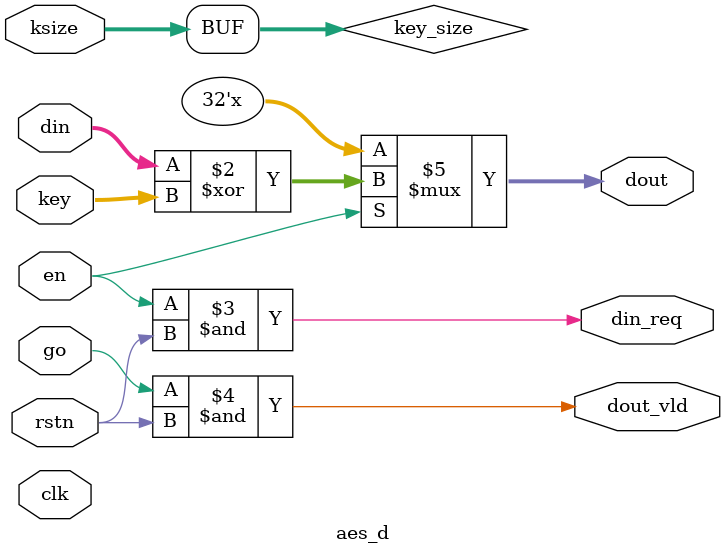
<source format=v>

module aes_d (
	clk, rstn,
	en, go, ksize, din, key, din_req,
	dout, dout_vld
);
	input clk, rstn;
	input en, go;
	input [1:0] ksize;
	input [31:0] din, key;
	output din_req;
	output [31:0] dout;
	output dout_vld;

	// use all signals so they don't get optimized out;

	reg [31:0] dout;
	reg [1:0] key_size;
	reg din_req;
	reg dout_vld;

	always @(clk)
	begin
		if(en)
			dout <= din ^ key;
		key_size <= ksize;
		din_req <= en & rstn;
		dout_vld <= go & rstn;
	end

endmodule

</source>
